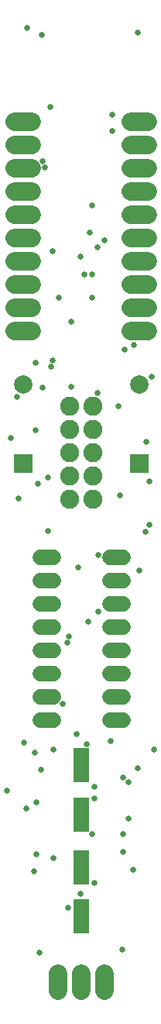
<source format=gbs>
G04 EAGLE Gerber RS-274X export*
G75*
%MOMM*%
%FSLAX34Y34*%
%LPD*%
%INSoldermask Bottom*%
%IPPOS*%
%AMOC8*
5,1,8,0,0,1.08239X$1,22.5*%
G01*
%ADD10C,1.666238*%
%ADD11R,2.003200X2.003200*%
%ADD12C,2.003200*%
%ADD13C,2.082800*%
%ADD14C,2.032000*%
%ADD15R,1.803200X3.703200*%
%ADD16C,0.655600*%


D10*
X56185Y577850D02*
X70815Y577850D01*
X70815Y552450D02*
X56185Y552450D01*
X56185Y425450D02*
X70815Y425450D01*
X70815Y400050D02*
X56185Y400050D01*
X56185Y527050D02*
X70815Y527050D01*
X70815Y501650D02*
X56185Y501650D01*
X56185Y450850D02*
X70815Y450850D01*
X70815Y476250D02*
X56185Y476250D01*
X132385Y400050D02*
X147015Y400050D01*
X147015Y425450D02*
X132385Y425450D01*
X132385Y450850D02*
X147015Y450850D01*
X147015Y476250D02*
X132385Y476250D01*
X132385Y501650D02*
X147015Y501650D01*
X147015Y527050D02*
X132385Y527050D01*
X132385Y552450D02*
X147015Y552450D01*
X147015Y577850D02*
X132385Y577850D01*
D11*
X165100Y680650D03*
D12*
X165100Y767150D03*
D11*
X38100Y680650D03*
D12*
X38100Y767150D03*
D13*
X88900Y641350D03*
X114300Y641350D03*
X88900Y666750D03*
X114300Y666750D03*
X88900Y692150D03*
X114300Y692150D03*
X88900Y717550D03*
X114300Y717550D03*
X88900Y742950D03*
X114300Y742950D03*
D14*
X47244Y825500D02*
X28956Y825500D01*
X28956Y850900D02*
X47244Y850900D01*
X47244Y876300D02*
X28956Y876300D01*
X28956Y901700D02*
X47244Y901700D01*
X47244Y927100D02*
X28956Y927100D01*
X28956Y952500D02*
X47244Y952500D01*
X47244Y977900D02*
X28956Y977900D01*
X28956Y1003300D02*
X47244Y1003300D01*
X47244Y1028700D02*
X28956Y1028700D01*
X28956Y1054100D02*
X47244Y1054100D01*
X155956Y825500D02*
X174244Y825500D01*
X174244Y850900D02*
X155956Y850900D01*
X155956Y876300D02*
X174244Y876300D01*
X174244Y901700D02*
X155956Y901700D01*
X155956Y927100D02*
X174244Y927100D01*
X174244Y952500D02*
X155956Y952500D01*
X155956Y977900D02*
X174244Y977900D01*
X174244Y1003300D02*
X155956Y1003300D01*
X155956Y1028700D02*
X174244Y1028700D01*
X174244Y1054100D02*
X155956Y1054100D01*
X76200Y123444D02*
X76200Y105156D01*
X101600Y105156D02*
X101600Y123444D01*
X127000Y123444D02*
X127000Y105156D01*
D15*
X101600Y350850D03*
X101600Y296850D03*
X101600Y239725D03*
X101600Y185725D03*
D16*
X53721Y658368D03*
X58293Y1148715D03*
X115697Y314579D03*
X126873Y924687D03*
X118872Y916686D03*
X41148Y304038D03*
X52578Y310896D03*
X86868Y195072D03*
X68580Y786384D03*
X105156Y886968D03*
X141732Y742950D03*
X172593Y704088D03*
X147447Y337185D03*
X147447Y275971D03*
X113157Y275463D03*
X113157Y886968D03*
X120015Y580644D03*
X120015Y518922D03*
X133731Y377190D03*
X163449Y347472D03*
X115697Y222250D03*
X76581Y861822D03*
X59436Y763524D03*
X88011Y491490D03*
X70866Y368046D03*
X90297Y835533D03*
X144018Y645795D03*
X176022Y613791D03*
X115697Y327152D03*
X51435Y790956D03*
X24003Y708660D03*
X96012Y385191D03*
X107442Y373761D03*
X113157Y861822D03*
X98298Y566928D03*
X85725Y484632D03*
X52578Y253492D03*
X51435Y716661D03*
X38862Y376047D03*
X50292Y364617D03*
X100584Y210312D03*
X158877Y810387D03*
X180594Y368046D03*
X70866Y249428D03*
X57150Y346075D03*
X81153Y418338D03*
X30861Y753237D03*
X153162Y292608D03*
X153162Y332613D03*
X108585Y507492D03*
X90297Y764667D03*
X146304Y149987D03*
X147447Y256032D03*
X100584Y906399D03*
X65151Y665226D03*
X65151Y606933D03*
X56007Y145923D03*
X49657Y234950D03*
X19939Y323469D03*
X113157Y962406D03*
X67437Y1069848D03*
X42291Y1156716D03*
X33147Y642366D03*
X61722Y1003554D03*
X134874Y1061847D03*
X163449Y1151001D03*
X178308Y774954D03*
X134874Y1043559D03*
X59436Y1010412D03*
X171450Y605790D03*
X69723Y912114D03*
X69723Y793242D03*
X118872Y757809D03*
X157734Y236601D03*
X164592Y563499D03*
X176022Y660654D03*
X148590Y804672D03*
X110871Y932688D03*
M02*

</source>
